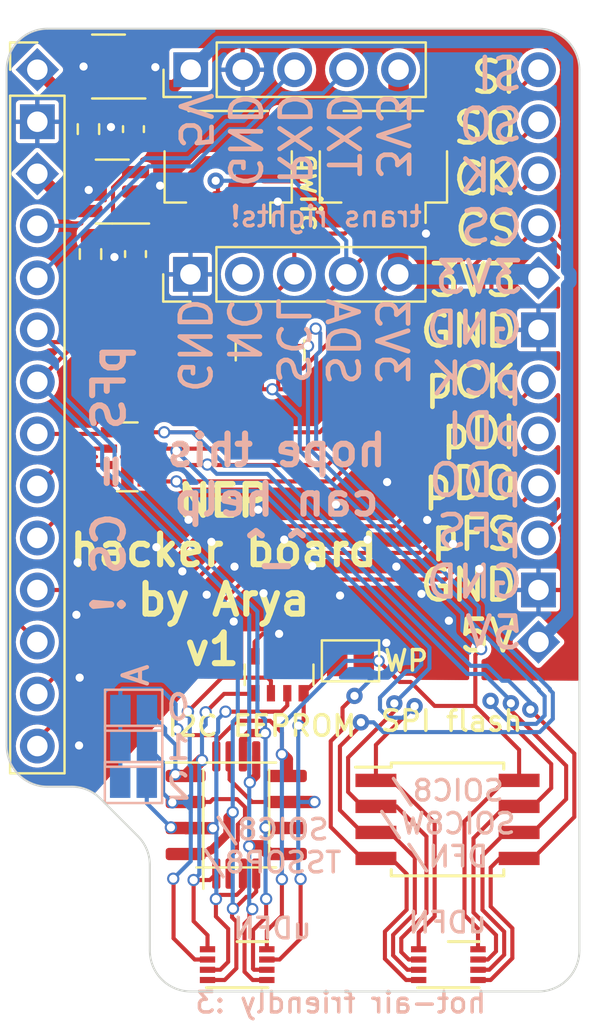
<source format=kicad_pcb>
(kicad_pcb (version 20221018) (generator pcbnew)
  (layers (0 "F.Cu" signal) (31 "B.Cu" signal) (34 "B.Paste" user) (35 "F.Paste" user) (36 "B.SilkS" user "B.Silkscreen") (37 "F.SilkS" user "F.Silkscreen") (38 "B.Mask" user) (39 "F.Mask" user) (44 "Edge.Cuts" user))
  (net 0 "")
  (net 1 "/eA0")
  (net 2 "/eA1")
  (net 3 "/eA2")
  (net 4 "GND")
  (net 5 "/SDA")
  (net 6 "/SCL")
  (net 7 "/eWP")
  (net 8 "+3V3")
  (net 9 "/sCS_FS")
  (net 10 "/SO")
  (net 11 "/sWP")
  (net 12 "/SI")
  (net 13 "/SCK")
  (net 14 "/sHOLD")
  (net 15 "+5V")
  (net 16 "/RXD")
  (net 17 "/TXD")
  (net 18 "/FS_CK")
  (net 19 "/FS_DI")
  (net 20 "/FS_DO")
  (net 21 "Net-(RN3-R1.1)")
  (net 22 "Net-(RN3-R2.1)")
  (net 23 "Net-(RN3-R3.1)")
  (net 24 "Net-(RN3-R4.1)")
  (net 26 "Net-(U7-ISET)")
  (net 27 "Net-(U8-ISET)")
  (net 28 "Net-(U1-5V)")
  (net 29 "Net-(U1-3V3)")
  (footprint "Connector_PinHeader_2.54mm:PinHeader_1x05_P2.54mm_Vertical" (layer "F.Cu") (at 147 87 90)
    (fp_text reference "J4" hide)
    (fp_text value "UART")
  )
  (footprint "Package_SO:SOIC-8_3.9x4.9mm_P1.27mm" (layer "F.Cu") (at 149.225 123.385)
    (fp_text reference "U2" hide)
    (fp_text value "i2ce-soic")
  )
  (footprint "Resistor_SMD:R_Array_Convex_4x0603" (layer "F.Cu") (at 150.88 100.69 -90)
    (fp_text reference "RN1" hide)
    (fp_text value "3K3")
  )
  (footprint "Package_DFN_QFN:DFN-8-1EP_3x2mm_P0.5mm_EP1.3x1.5mm" (layer "F.Cu") (at 159.593629 130.69)
    (fp_text reference "U6" hide)
    (fp_text value "spie_soic_udfn")
  )
  (footprint "Package_TO_SOT_SMD:SOT-23-5" (layer "F.Cu") (at 143.1625 92.95 180)
    (fp_text reference "U8" hide)
    (fp_text value "SY6280")
  )
  (footprint "Resistor_SMD:R_Array_Convex_4x0603" (layer "F.Cu") (at 143.9 105.9)
    (fp_text reference "RN3" hide)
    (fp_text value "47R")
  )
  (footprint "Connector_JST:JST_SH_SM04B-SRSS-TB_1x04-1MP_P1.00mm_Horizontal" (layer "F.Cu") (at 156.42 91.7 180)
    (fp_text reference "J1" hide)
    (fp_text value "qwiic")
  )
  (footprint "Capacitor_SMD:C_0603_1608Metric" (layer "F.Cu") (at 144.2 89.9 -90)
    (fp_text reference "C2" hide)
    (fp_text value "100nF")
  )
  (footprint "Jumper:SolderJumper-2_P1.3mm_Open_Pad1.0x1.5mm" (layer "F.Cu") (at 154.81 115.86)
    (fp_text reference "JP4" hide)
    (fp_text value "WP")
  )
  (footprint "Package_DFN_QFN:DFN-8-1EP_3x2mm_P0.5mm_EP1.3x1.5mm" (layer "F.Cu") (at 149.27 130.69)
    (fp_text reference "U4" hide)
    (fp_text value "i2ce-udfn")
  )
  (footprint "Resistor_SMD:R_0603_1608Metric" (layer "F.Cu") (at 142.1 96 -90)
    (fp_text reference "ISET2" hide)
    (fp_text value "x")
  )
  (footprint "Resistor_SMD:R_Array_Convex_4x0603" (layer "F.Cu") (at 151.32 116.53995 -90)
    (fp_text reference "RN2" hide)
    (fp_text value "3K3")
  )
  (footprint "Capacitor_SMD:C_0603_1608Metric" (layer "F.Cu") (at 144.3 96 -90)
    (fp_text reference "C1" hide)
    (fp_text value "100nF")
  )
  (footprint "Connector_JST:JST_SH_SM04B-SRSS-TB_1x04-1MP_P1.00mm_Horizontal" (layer "F.Cu") (at 148.83 91.7 180)
    (fp_text reference "J3" hide)
    (fp_text value "qwiic")
  )
  (footprint "Package_SO:SOIC-8W_5.3x5.3mm_P1.27mm" (layer "F.Cu") (at 159.553629 123.6)
    (fp_text reference "U5" hide)
    (fp_text value "spie_soic_dfn")
  )
  (footprint "Package_TO_SOT_SMD:SOT-23-5" (layer "F.Cu") (at 142.98 86.845 180)
    (fp_text reference "U7" hide)
    (fp_text value "SY6280")
  )
  (footprint "Connector_PinHeader_2.54mm:PinHeader_1x05_P2.54mm_Vertical" (layer "F.Cu") (at 146.985 96.99 90)
    (fp_text reference "J2" hide)
    (fp_text value "I2C")
  )
  (footprint "Resistor_SMD:R_0603_1608Metric" (layer "F.Cu") (at 142 89.9 -90)
    (fp_text reference "ISET1" hide)
    (fp_text value "x")
  )
  (footprint "Connector_PinHeader_2.54mm:PinHeader_1x12_P2.54mm_Vertical" (layer "F.Cu") (at 164 87)
    (fp_text reference "J5" hide)
    (fp_text value "SPI_I2S")
  )
  (footprint "Connector_PinHeader_2.54mm:PinHeader_1x14_P2.54mm_Vertical" (layer "F.Cu") (at 139.5 87)
    (fp_text reference "U1" hide)
    (fp_text value "~")
  )
  (footprint "Package_SO:TSSOP-8_4.4x3mm_P0.65mm" (layer "F.Cu") (at 149.225 123.385 90)
    (fp_text reference "U3" hide)
    (fp_text value "i2ce-tssop")
  )
  (footprint "Jumper:SolderJumper-2_P1.3mm_Open_Pad1.0x1.5mm" (layer "B.Cu") (at 144.21 120.03 180)
    (fp_text reference "JP2" hide)
    (fp_text value "A1")
  )
  (footprint "Jumper:SolderJumper-2_P1.3mm_Open_Pad1.0x1.5mm" (layer "B.Cu") (at 144.2 121.8 180)
    (fp_text reference "JP1" hide)
    (fp_text value "A0")
  )
  (footprint "Jumper:SolderJumper-2_P1.3mm_Open_Pad1.0x1.5mm" (layer "B.Cu") (at 144.21 118.27 180)
    (fp_text reference "JP3" hide)
    (fp_text value "A2")
  )
  (gr_line (start 140 85) (end 164 85) (stroke (width 0.1)) (layer "Edge.Cuts"))
  (gr_arc (start 140 122) (mid 138.585786 121.414214) (end 138 120) (stroke (width 0.1)) (layer "Edge.Cuts"))
  (gr_line (start 140 122) (end 141.171573 122) (stroke (width 0.1)) (layer "Edge.Cuts"))
  (gr_arc (start 144.414214 124.414214) (mid 144.84775 125.063062) (end 145 125.828427) (stroke (width 0.1)) (layer "Edge.Cuts"))
  (gr_line (start 145 130) (end 145 125.828427) (stroke (width 0.1)) (layer "Edge.Cuts"))
  (gr_arc (start 147 132) (mid 145.585786 131.414214) (end 145 130) (stroke (width 0.1)) (layer "Edge.Cuts"))
  (gr_line (start 166 87) (end 166 130) (stroke (width 0.1)) (layer "Edge.Cuts"))
  (gr_arc (start 141.171573 122) (mid 141.936946 122.152232) (end 142.585787 122.585787) (stroke (width 0.1)) (layer "Edge.Cuts"))
  (gr_line (start 138 120) (end 138 87) (stroke (width 0.1)) (layer "Edge.Cuts"))
  (gr_arc (start 138 87) (mid 138.585786 85.585786) (end 140 85) (stroke (width 0.1)) (layer "Edge.Cuts"))
  (gr_arc (start 164 85) (mid 165.414214 85.585786) (end 166 87) (stroke (width 0.1)) (layer "Edge.Cuts"))
  (gr_line (start 164 132) (end 147 132) (stroke (width 0.1)) (layer "Edge.Cuts"))
  (gr_arc (start 166 130) (mid 165.414214 131.414214) (end 164 132) (stroke (width 0.1)) (layer "Edge.Cuts"))
  (gr_line (start 144.414214 124.414214) (end 142.585787 122.585787) (stroke (width 0.1)) (layer "Edge.Cuts"))
  (gr_text "3V3\nSDA\nSCL\nNC\nGND" (at 146.27 98.02 270) (layer "B.SilkS") (effects (font (size 1.5 1.5) (thickness 0.23)) (justify right bottom mirror)))
  (gr_text "0\n1\n2" (at 145.69 122.7) (layer "B.SilkS") (effects (font (size 1.2 1.2) (thickness 0.2) bold) (justify right bottom mirror)))
  (gr_text "SI\nSO\nCK\nCS\n3V3\nGND\npCK\npDI\npDO\npFS\nGND\n5V" (at 163.365332 115.39) (layer "B.SilkS") (effects (font (size 1.54 1.54) (thickness 0.23)) (justify left bottom mirror)))
  (gr_text "pFS = CS !" (at 143.88 106.96 90) (layer "B.SilkS") (effects (font (size 1.5 1.5) (thickness 0.3) bold) (justify bottom mirror)))
  (gr_text "trans rights!" (at 153.62 94.75) (layer "B.SilkS") (effects (font (size 1 1) (thickness 0.17) bold) (justify bottom mirror)))
  (gr_text "hot-air friendly :3" (at 154.33 133.13) (layer "B.SilkS") (effects (font (size 1 1) (thickness 0.17) bold) (justify bottom mirror)))
  (gr_text "3V3\nTXD\nRXD\nGND\n5V" (at 146.32 88 270) (layer "B.SilkS") (effects (font (size 1.5 1.5) (thickness 0.23)) (justify right bottom mirror)))
  (gr_text "SOIC8/\nTSSOP8/\n\nuDFN" (at 150.99 129.51) (layer "B.SilkS") (effects (font (size 1 1) (thickness 0.17) bold) (justify bottom mirror)))
  (gr_text "SOIC8/\nSOIC8W/\nDFN/\n\nuDFN" (at 159.553629 129.22) (layer "B.SilkS") (effects (font (size 1 1) (thickness 0.17) bold) (justify bottom mirror)))
  (gr_text "A" (at 145.02 117.21 90) (layer "B.SilkS") (effects (font (size 1.2 1.2) (thickness 0.2) bold) (justify right bottom mirror)))
  (gr_text "hope this\ncan help\n^_^" (at 151.19 111.29) (layer "B.SilkS") (effects (font (size 1.5 1.5) (thickness 0.3) bold) (justify bottom mirror)))
  (gr_text "qwiic" (at 152.29 93.01 270) (layer "F.SilkS") (effects (font (size 1 1) (thickness 0.17) bold) (justify bottom)))
  (gr_text "SPI flash" (at 159.753629 119.38) (layer "F.SilkS") (effects (font (size 1 1) (thickness 0.17) bold) (justify bottom)))
  (gr_text "I2C EEPROM" (at 150.48 119.62) (layer "F.SilkS") (effects (font (size 1 1) (thickness 0.17) bold) (justify bottom)))
  (gr_text "WP" (at 157.53 116.44) (layer "F.SilkS") (effects (font (size 1 1) (thickness 0.17) bold) (justify bottom)))
  (gr_text "NEP\nhacker board\nby Arya\nv1 " (at 148.61 116.17) (layer "F.SilkS") (effects (font (size 1.5 1.5) (thickness 0.3) bold) (justify bottom)))
  (gr_text "SI\nSO\nCK\nCS\n3V3\nGND\npCK\npDI\npDO\npFS\nGND\n5V" (at 163.075332 115.54) (layer "F.SilkS") (effects (font (size 1.54 1.54) (thickness 0.23)) (justify right bottom)))
  (segment (start 148.63 117.47) (end 150.08995 117.47) (width 0.2) (layer "F.Cu") (net 1))
  (segment (start 147.14 128.57) (end 147.82 129.25) (width 0.2) (layer "F.Cu") (net 1))
  (segment (start 147.52 120.71) (end 146.75 121.48) (width 0.6) (layer "F.Cu") (net 1))
  (segment (start 150.08995 117.47) (end 150.12 117.43995) (width 0.2) (layer "F.Cu") (net 1))
  (segment (start 147.82 129.25) (end 147.82 129.94) (width 0.2) (layer "F.Cu") (net 1))
  (segment (start 147.73 118.37) (end 148.63 117.47) (width 0.2) (layer "F.Cu") (net 1))
  (segment (start 147.14 126.56) (end 147.9375 126.56) (width 0.2) (layer "F.Cu") (net 1))
  (segment (start 147.550001 120.71) (end 147.52 120.71) (width 0.6) (layer "F.Cu") (net 1))
  (segment (start 147.14 126.56) (end 147.14 128.57) (width 0.2) (layer "F.Cu") (net 1))
  (segment (start 147.9375 126.56) (end 148.25 126.2475) (width 0.2) (layer "F.Cu") (net 1))
  (via (at 147.14 126.56) (size 0.6) (drill 0.4) (layers "F.Cu" "B.Cu") (net 1))
  (via (at 147.550001 120.71) (size 0.6) (drill 0.4) (layers "F.Cu" "B.Cu") (net 1))
  (via (at 146.25 121.4) (size 0.6) (drill 0.4) (layers "F.Cu" "B.Cu") (net 1))
  (via (at 147.73 118.37) (size 0.6) (drill 0.4) (layers "F.Cu" "B.Cu") (net 1))
  (segment (start 147.73 118.98) (end 147.73 118.37) (width 0.2) (layer "B.Cu") (net 1))
  (segment (start 147.42 126.28) (end 147.42 120.840001) (width 0.2) (layer "B.Cu") (net 1))
  (segment (start 145.750001 119.160001) (end 144.86 118.27) (width 0.2) (layer "B.Cu") (net 1))
  (segment (start 147.550001 119.159999) (end 147.73 118.98) (width 0.2) (layer "B.Cu") (net 1))
  (segment (start 147.550001 120.71) (end 147.550001 119.159999) (width 0.2) (layer "B.Cu") (net 1))
  (segment (start 146.25 121.4) (end 146.25 119.948528) (width 0.2) (layer "B.Cu") (net 1))
  (segment (start 147.42 120.840001) (end 147.550001 120.71) (width 0.2) (layer "B.Cu") (net 1))
  (segment (start 147.14 126.56) (end 147.42 126.28) (width 0.2) (layer "B.Cu") (net 1))
  (segment (start 145.750001 119.448529) (end 145.750001 119.160001) (width 0.2) (layer "B.Cu") (net 1))
  (segment (start 146.25 119.948528) (end 145.750001 119.448529) (width 0.2) (layer "B.Cu") (net 1))
  (segment (start 149.259915 122.61) (end 148.09 122.61) (width 0.2) (layer "F.Cu") (net 2))
  (segment (start 148.09 122.61) (end 147.95 122.75) (width 0.2) (layer "F.Cu") (net 2))
  (segment (start 146.145 126.495) (end 146.16 126.51) (width 0.2) (layer "F.Cu") (net 2))
  (segment (start 147.95 122.75) (end 146.75 122.75) (width 0.2) (layer "F.Cu") (net 2))
  (segment (start 149.26 125.08) (end 149.26 124.661472) (width 0.2) (layer "F.Cu") (net 2))
  (segment (start 150.92 116.83995) (end 150.92 117.43995) (width 0.2) (layer "F.Cu") (net 2))
  (segment (start 149.299915 124.621557) (end 149.299915 123.85) (width 0.2) (layer "F.Cu") (net 2))
  (segment (start 149.651386 123.498529) (end 149.651386 123.001471) (width 0.2) (layer "F.Cu") (net 2))
  (segment (start 147.195 130.44) (end 147.82 130.44) (width 0.2) (layer "F.Cu") (net 2))
  (segment (start 150.76005 116.68) (end 150.92 116.83995) (width 0.2) (layer "F.Cu") (net 2))
  (segment (start 146.16 126.51) (end 146.16 129.405) (width 0.2) (layer "F.Cu") (net 2))
  (segment (start 148.9 125.44) (end 149.26 125.08) (width 0.2) (layer "F.Cu") (net 2))
  (segment (start 150.41 116.68) (end 150.76005 116.68) (width 0.2) (layer "F.Cu") (net 2))
  (segment (start 149.299915 123.85) (end 149.651386 123.498529) (width 0.2) (layer "F.Cu") (net 2))
  (segment (start 146.12 122.75) (end 146.75 122.75) (width 0.6) (layer "F.Cu") (net 2))
  (segment (start 149.26 124.661472) (end 149.299915 124.621557) (width 0.2) (layer "F.Cu") (net 2))
  (segment (start 146.16 129.405) (end 147.195 130.44) (width 0.2) (layer "F.Cu") (net 2))
  (segment (start 146.1 122.77) (end 146.12 122.75) (width 0.6) (layer "F.Cu") (net 2))
  (segment (start 148.9 126.2475) (end 148.9 125.44) (width 0.2) (layer "F.Cu") (net 2))
  (segment (start 149.651386 123.001471) (end 149.259915 122.61) (width 0.2) (layer "F.Cu") (net 2))
  (segment (start 150.41 116.68) (end 148.52 116.68) (width 0.2) (layer "F.Cu") (net 2))
  (segment (start 148.52 116.68) (end 146.86 118.34) (width 0.2) (layer "F.Cu") (net 2))
  (via (at 146.86 118.34) (size 0.6) (drill 0.4) (layers "F.Cu" "B.Cu") (net 2))
  (via (at 146.145 126.495) (size 0.6) (drill 0.4) (layers "F.Cu" "B.Cu") (net 2))
  (via (at 146.1 122.77) (size 0.6) (drill 0.4) (layers "F.Cu" "B.Cu") (net 2))
  (segment (start 147.02 122.4) (end 146.8 122.62) (width 0.2) (layer "B.Cu") (net 2))
  (segment (start 147 125.64) (end 147 123.28) (width 0.2) (layer "B.Cu") (net 2))
  (segment (start 145.65 122.32) (end 145.65 120.82) (width 0.2) (layer "B.Cu") (net 2))
  (segment (start 147 123.28) (end 147 122.42) (width 0.2) (layer "B.Cu") (net 2))
  (segment (start 146.86 118.34) (end 146.950001 118.430001) (width 0.2) (layer "B.Cu") (net 2))
  (segment (start 147 123.28) (end 147 123.12) (width 0.2) (layer "B.Cu") (net 2))
  (segment (start 146.86 122.98) (end 146.86 122.68) (width 0.2) (layer "B.Cu") (net 2))
  (segment (start 146.1 122.77) (end 145.65 122.32) (width 0.2) (layer "B.Cu") (net 2))
  (segment (start 146.8 122.62) (end 146.65 122.77) (width 0.2) (layer "B.Cu") (net 2))
  (segment (start 147.02 121.028528) (end 147.02 122.4) (width 0.2) (layer "B.Cu") (net 2))
  (segment (start 146.950001 120.958529) (end 147.02 121.028528) (width 0.2) (layer "B.Cu") (net 2))
  (segment (start 147 122.42) (end 147.02 122.4) (width 0.2) (layer "B.Cu") (net 2))
  (segment (start 146.86 122.98) (end 146.65 122.77) (width 0.2) (layer "B.Cu") (net 2))
  (segment (start 146.145 126.495) (end 147 125.64) (width 0.2) (layer "B.Cu") (net 2))
  (segment (start 146.86 122.68) (end 146.8 122.62) (width 0.2) (layer "B.Cu") (net 2))
  (segment (start 147 123.12) (end 146.86 122.98) (width 0.2) (layer "B.Cu") (net 2))
  (segment (start 146.950001 118.430001) (end 146.950001 120.958529) (width 0.2) (layer "B.Cu") (net 2))
  (segment (start 146.1 122.77) (end 146.65 122.77) (width 0.2) (layer "B.Cu") (net 2))
  (segment (start 145.65 120.82) (end 144.86 120.03) (width 0.2) (layer "B.Cu") (net 2))
  (segment (start 146.03 123.99) (end 146.06 124.02) (width 0.6) (layer "F.Cu") (net 3))
  (segment (start 148.82992 128.93992) (end 148.82992 130.55508) (width 0.2) (layer "F.Cu") (net 3))
  (segment (start 149.55 126.984999) (end 149.55 126.2475) (width 0.2) (layer "F.Cu") (net 3))
  (segment (start 151.41995 118.34) (end 151.72 118.03995) (width 0.2) (layer "F.Cu") (net 3))
  (segment (start 148.230704 127.485) (end 148.230704 128.340704) (width 0.2) (layer "F.Cu") (net 3))
  (segment (start 146.76 124.03) (end 146.75 124.02) (width 0.6) (layer "F.Cu") (net 3))
  (segment (start 148.445 130.94) (end 147.82 130.94) (width 0.2) (layer "F.Cu") (net 3))
  (segment (start 148.82992 130.55508) (end 148.445 130.94) (width 0.2) (layer "F.Cu") (net 3))
  (segment (start 148.7 118.34) (end 151.13 118.34) (width 0.2) (layer "F.Cu") (net 3))
  (segment (start 151.72 118.03995) (end 151.72 117.43995) (width 0.2) (layer "F.Cu") (net 3))
  (segment (start 148.230704 127.485) (end 148.430704 127.285) (width 0.2) (layer "F.Cu") (net 3))
  (segment (start 148.09 124.03) (end 146.76 124.03) (width 0.6) (layer "F.Cu") (net 3))
  (segment (start 148.230704 128.340704) (end 148.82992 128.93992) (width 0.2) (layer "F.Cu") (net 3))
  (segment (start 149.249999 127.285) (end 149.55 126.984999) (width 0.2) (layer "F.Cu") (net 3))
  (segment (start 146.06 124.02) (end 146.75 124.02) (width 0.6) (layer "F.Cu") (net 3))
  (segment (start 148.430704 127.285) (end 149.249999 127.285) (width 0.2) (layer "F.Cu") (net 3))
  (segment (start 151.13 118.34) (end 151.41995 118.34) (width 0.2) (layer "F.Cu") (net 3))
  (via (at 148.230704 127.485) (size 0.6) (drill 0.4) (layers "F.Cu" "B.Cu") (net 3))
  (via (at 146.03 123.99) (size 0.6) (drill 0.4) (layers "F.Cu" "B.Cu") (net 3))
  (via (at 148.7 118.34) (size 0.6) (drill 0.4) (layers "F.Cu" "B.Cu") (net 3))
  (via (at 148.09 124.03) (size 0.6) (drill 0.4) (layers "F.Cu" "B.Cu") (net 3))
  (segment (start 146.03 123.99) (end 144.85 122.81) (width 0.2) (layer "B.Cu") (net 3))
  (segment (start 144.85 122.81) (end 144.85 121.8) (width 0.2) (layer "B.Cu") (net 3))
  (segment (start 148.252903 127.462801) (end 148.252903 123.64) (width 0.2) (layer "B.Cu") (net 3))
  (segment (start 148.252903 123.867097) (end 148.09 124.03) (width 0.2) (layer "B.Cu") (net 3))
  (segment (start 148.34 119.34) (end 148.252903 119.427097) (width 0.2) (layer "B.Cu") (net 3))
  (segment (start 148.34 118.7) (end 148.34 119.34) (width 0.2) (layer "B.Cu") (net 3))
  (segment (start 148.7 118.34) (end 148.34 118.7) (width 0.2) (layer "B.Cu") (net 3))
  (segment (start 148.252903 123.64) (end 148.252903 123.867097) (width 0.2) (layer "B.Cu") (net 3))
  (segment (start 148.230704 127.485) (end 148.252903 127.462801) (width 0.2) (layer "B.Cu") (net 3))
  (segment (start 148.252903 119.427097) (end 148.252903 123.64) (width 0.2) (layer "B.Cu") (net 3))
  (segment (start 156.493629 129.072942) (end 157.553629 128.012943) (width 0.2) (layer "F.Cu") (net 4))
  (segment (start 147.99995 125.11) (end 148.795693 124.314257) (width 0.4) (layer "F.Cu") (net 4))
  (segment (start 153.843629 123.97) (end 153.843629 119.78) (width 0.2) (layer "F.Cu") (net 4))
  (segment (start 158.5 95) (end 158.12 94.62) (width 1) (layer "F.Cu") (net 4))
  (segment (start 148.795693 124.314257) (end 148.795693 123.505693) (width 0.4) (layer "F.Cu") (net 4))
  (segment (start 151.74 114.53995) (end 152.03 114.53995) (width 0.2) (layer "F.Cu") (net 4))
  (segment (start 157.553629 126.26) (end 156.798629 125.505) (width 0.2) (layer "F.Cu") (net 4))
  (segment (start 147.82 131.44) (end 148.66 131.44) (width 0.2) (layer "F.Cu") (net 4))
  (segment (start 151.72 115.63995) (end 151.72 114.55995) (width 0.2) (layer "F.Cu") (net 4))
  (segment (start 148.795693 123.505693) (end 149.051386 123.25) (width 0.4) (layer "F.Cu") (net 4))
  (segment (start 158.143629 131.44) (end 157.527259 131.44) (width 0.2) (layer "F.Cu") (net 4))
  (segment (start 156.493629 130.40637) (end 156.493629 129.072942) (width 0.2) (layer "F.Cu") (net 4))
  (segment (start 156.798629 125.505) (end 156.053629 125.505) (width 0.2) (layer "F.Cu") (net 4))
  (segment (start 150.2 127.13) (end 150.2 126.2475) (width 0.2) (layer "F.Cu") (net 4))
  (segment (start 152.52 115.02995) (end 152.52 115.63995) (width 0.2) (layer "F.Cu") (net 4))
  (segment (start 157.527259 131.44) (end 156.493629 130.40637) (width 0.2) (layer "F.Cu") (net 4))
  (segment (start 149.22992 128.58992) (end 149.02 128.38) (width 0.2) (layer "F.Cu") (net 4))
  (segment (start 156.053629 125.505) (end 155.378629 125.505) (width 0.2) (layer "F.Cu") (net 4))
  (segment (start 154.42 118.154808) (end 155.005637 117.569171) (width 0.2) (layer "F.Cu") (net 4))
  (segment (start 149.144907 127.955778) (end 149.720685 127.38) (width 0.2) (layer "F.Cu") (net 4))
  (segment (start 149.064574 127.955778) (end 149.144907 127.955778) (width 0.2) (layer "F.Cu") (net 4))
  (segment (start 150.12 114.93995) (end 150.52 114.53995) (width 0.2) (layer "F.Cu") (net 4))
  (segment (start 154.42 119.203629) (end 154.42 118.154808) (width 0.2) (layer "F.Cu") (net 4))
  (segment (start 145.2125 92.95) (end 145.5025 92.66) (width 0.6) (layer "F.Cu") (net 4))
  (segment (start 150.92 115.63995) (end 150.92 114.54995) (width 0.2) (layer "F.Cu") (net 4))
  (segment (start 150.92 114.54995) (end 150.91 114.53995) (width 0.2) (layer "F.Cu") (net 4))
  (segment (start 149.95 127.38) (end 150.2 127.13) (width 0.2) (layer "F.Cu") (net 4))
  (segment (start 157.553629 128.012943) (end 157.553629 126.26) (width 0.2) (layer "F.Cu") (net 4))
  (segment (start 158.12 94.62) (end 158.12 93.7) (width 1) (layer "F.Cu") (net 4))
  (segment (start 155.378629 125.505) (end 153.843629 123.97) (width 0.2) (layer "F.Cu") (net 4))
  (segment (start 150.33 93.7) (end 151 93.7) (width 0.6) (layer "F.Cu") (net 4))
  (segment (start 146.82 125.22) (end 147.830122 125.22) (width 0.4) (layer "F.Cu") (net 4))
  (segment (start 151 93.7) (end 151.26 93.44) (width 0.6) (layer "F.Cu") (net 4))
  (segment (start 151.72 114.55995) (end 151.74 114.53995) (width 0.2) (layer "F.Cu") (net 4))
  (segment (start 149.22992 130.87008) (end 149.22992 128.58992) (width 0.2) (layer "F.Cu") (net 4))
  (segment (start 149.02 128.000352) (end 149.064574 127.955778) (width 0.2) (layer "F.Cu") (net 4))
  (segment (start 150.12 115.63995) (end 150.12 114.93995) (width 0.2) (layer "F.Cu") (net 4))
  (segment (start 148.66 131.44) (end 149.22992 130.87008) (width 0.2) (layer "F.Cu") (net 4))
  (segment (start 149.02 128.38) (end 149.02 128.000352) (width 0.2) (layer "F.Cu") (net 4))
  (segment (start 149.720685 127.38) (end 149.95 127.38) (width 0.2) (layer "F.Cu") (net 4))
  (segment (start 147.940122 125.11) (end 147.99995 125.11) (width 0.4) (layer "F.Cu") (net 4))
  (segment (start 147.830122 125.22) (end 147.940122 125.11) (width 0.4) (layer "F.Cu") (net 4))
  (segment (start 153.843629 119.78) (end 154.42 119.203629) (width 0.2) (layer "F.Cu") (net 4))
  (segment (start 152.03 114.53995) (end 152.52 115.02995) (width 0.2) (layer "F.Cu") (net 4))
  (segment (start 150.91 114.53995) (end 151.74 114.53995) (width 0.2) (layer "F.Cu") (net 4))
  (segment (start 146.75 125.29) (end 146.82 125.22) (width 0.4) (layer "F.Cu") (net 4))
  (segment (start 150.52 114.53995) (end 150.91 114.53995) (width 0.2) (layer "F.Cu") (net 4))
  (segment (start 144.3 92.95) (end 145.2125 92.95) (width 0.6) (layer "F.Cu") (net 4))
  (via (at 141.57 116.68) (size 0.6) (drill 0.4) (layers "F.Cu" "B.Cu") (net 4))
  (via (at 149.14 111.26) (size 0.6) (drill 0.4) (layers "F.Cu" "B.Cu") (net 4))
  (via (at 155.005637 117.569171) (size 0.8) (drill 0.4) (layers "F.Cu" "B.Cu") (net 4))
  (via (at 156.56 114.98) (size 0.6) (drill 0.4) (layers "F.Cu" "B.Cu") (net 4))
  (via (at 142.0125 92.87) (size 0.6) (drill 0.4) (layers "F.Cu" "B.Cu") (net 4))
  (via (at 145.5025 92.66) (size 0.6) (drill 0.4) (layers "F.Cu" "B.Cu") (net 4))
  (via (at 149.064574 127.955778) (size 0.6) (drill 0.4) (layers "F.Cu" "B.Cu") (net 4))
  (via (at 151.32 114.53995) (size 0.8) (drill 0.4) (layers "F.Cu" "B.Cu") (net 4))
  (via (at 143.1 89.8) (size 0.6) (drill 0.4) (layers "F.Cu" "B.Cu") (net 4))
  (via (at 151.26 93.44) (size 0.8) (drill 0.4) (layers "F.Cu" "B.Cu") (net 4))
  (via (at 145.32 110.31) (size 0.6) (drill 0.4) (layers "F.Cu" "B.Cu") (net 4))
  (via (at 161.11 111.37) (size 0.6) (drill 0.4) (layers "F.Cu" "B.Cu") (net 4))
  (via (at 154.3 112.67) (size 0.6) (drill 0.4) (layers "F.Cu" "B.Cu") (net 4))
  (via (at 152.94 111.23) (size 0.6) (drill 0.4) (layers "F.Cu" "B.Cu") (net 4))
  (via (at 159.62 113.9) (size 0.6) (drill 0.4) (layers "F.Cu" "B.Cu") (net 4))
  (via (at 143.27 96.145) (size 0.6) (drill 0.4) (layers "F.Cu" "B.Cu") (net 4))
  (via (at 141.76 86.845) (size 0.6) (drill 0.4) (layers "F.Cu" "B.Cu") (net 4))
  (via (at 149.051386 123.25) (size 0.6) (drill 0.4) (layers "F.Cu" "B.Cu") (net 4))
  (via (at 158.5 95) (size 0.8) (drill 0.4) (layers "F.Cu" "B.Cu") (net 4))
  (via (at 155.65 109.94) (size 0.6) (drill 0.4) (layers "F.Cu" "B.Cu") (net 4))
  (via (at 150.56 112.56) (size 0.6) (drill 0.4) (layers "F.Cu" "B.Cu") (net 4))
  (via (at 158.56 108.98) (size 0.6) (drill 0.4) (layers "F.Cu" "B.Cu") (net 4))
  (via (at 156.6 107.13) (size 0.6) (drill 0.4) (layers "F.Cu" "B.Cu") (net 4))
  (via (at 141.47 111.05) (size 0.6) (drill 0.4) (layers "F.Cu" "B.Cu") (net 4))
  (via (at 147.78 112.63) (size 0.6) (drill 0.4) (layers "F.Cu" "B.Cu") (net 4))
  (via (at 141.54 119.99) (size 0.6) (drill 0.4) (layers "F.Cu" "B.Cu") (net 4))
  (via (at 159.82 110.15) (size 0.6) (drill 0.4) (layers "F.Cu" "B.Cu") (net 4))
  (via (at 141.41 113.61) (size 0.6) (drill 0.4) (layers "F.Cu" "B.Cu") (net 4))
  (via (at 157.05 111.26) (size 0.6) (drill 0.4) (layers "F.Cu" "B.Cu") (net 4))
  (via (at 149.1 113.94) (size 0.6) (drill 0.4) (layers "F.Cu" "B.Cu") (net 4))
  (via (at 158.28 112.59) (size 0.6) (drill 0.4) (layers "F.Cu" "B.Cu") (net 4))
  (via (at 150.3 108.48) (size 0.6) (drill 0.4) (layers "F.Cu" "B.Cu") (net 4))
  (via (at 145.27 86.875) (size 0.6) (drill 0.4) (layers "F.Cu" "B.Cu") (net 4))
  (via (at 146.89 108.97) (size 0.6) (drill 0.4) (layers "F.Cu" "B.Cu") (net 4))
  (via (at 151.57 109.94) (size 0.6) (drill 0.4) (layers "F.Cu" "B.Cu") (net 4))
  (via (at 146.59 111.49) (size 0.6) (drill 0.4) (layers "F.Cu" "B.Cu") (net 4))
  (via (at 148.01 110.05) (size 0.6) (drill 0.4) (layers "F.Cu" "B.Cu") (net 4))
  (via (at 154.1 108.23) (size 0.6) (drill 0.4) (layers "F.Cu" "B.Cu") (net 4))
  (segment (start 156.48 116.46) (end 156.88 116.06) (width 0.2) (layer "B.Cu") (net 4))
  (segment (start 155.005637 117.569171) (end 156.114808 116.46) (width 0.2) (layer "B.Cu") (net 4))
  (segment (start 149.064574 127.955778) (end 149.051386 127.94259) (width 0.2) (layer "B.Cu") (net 4))
  (segment (start 149.051386 127.94259) (end 149.051386 118.837143) (width 0.2) (layer "B.Cu") (net 4))
  (segment (start 156.114808 116.46) (end 156.48 116.46) (width 0.2) (layer "B.Cu") (net 4))
  (segment (start 149.3 116.62) (end 148.76 116.08) (width 0.2) (layer "B.Cu") (net 4))
  (segment (start 149.3 118.588529) (end 149.3 116.62) (width 0.2) (layer "B.Cu") (net 4))
  (segment (start 149.051386 118.837143) (end 149.3 118.588529) (width 0.2) (layer "B.Cu") (net 4))
  (segment (start 155.92 93.7) (end 155.92 95.675) (width 0.2) (layer "F.Cu") (net 5))
  (segment (start 148.33 92.53) (end 148.22 92.42) (width 0.2) (layer "F.Cu") (net 5))
  (segment (start 148.33 93.7) (end 148.33 92.53) (width 0.2) (layer "F.Cu") (net 5))
  (segment (start 153.095 98.5) (end 154.605 96.99) (width 0.2) (layer "F.Cu") (net 5))
  (segment (start 151.7 125.29) (end 150.8313 125.29) (width 0.6) (layer "F.Cu") (net 5))
  (segment (start 150.2 121.48) (end 149.889265 121.790735) (width 0.4) (layer "F.Cu") (net 5))
  (segment (start 149.87 128.114999) (end 149.87 128.45) (width 0.2) (layer "F.Cu") (net 5))
  (segment (start 150.007788 127.977211) (end 149.87 128.114999) (width 0.2) (layer "F.Cu") (net 5))
  (segment (start 151.120686 98.5) (end 153.095 98.5) (width 0.2) (layer "F.Cu") (net 5))
  (segment (start 150.48 99.79) (end 150.48 99.140686) (width 0.2) (layer "F.Cu") (net 5))
  (segment (start 149.62992 128.69008) (end 149.62992 131.040606) (width 0.2) (layer "F.Cu") (net 5))
  (segment (start 150.029314 131.44) (end 150.72 131.44) (width 0.2) (layer "F.Cu") (net 5))
  (segment (start 155.92 95.675) (end 154.605 96.99) (width 0.2) (layer "F.Cu") (net 5))
  (segment (start 155.935 93.715) (end 155.92 93.7) (width 0.2) (layer "F.Cu") (net 5))
  (segment (start 141.25 100.49) (end 150.38 100.49) (width 0.2) (layer "F.Cu") (net 5))
  (segment (start 150.48 99.140686) (end 151.120686 98.5) (width 0.2) (layer "F.Cu") (net 5))
  (segment (start 150.4513 124.91) (end 149.86 124.91) (width 0.6) (layer "F.Cu") (net 5))
  (segment (start 150.2 120.5225) (end 150.2 121.48) (width 0.4) (layer "F.Cu") (net 5))
  (segment (start 155.83 94.3) (end 155.83 93.7) (width 0.2) (layer "F.Cu") (net 5))
  (segment (start 139.5 102.24) (end 141.25 100.49) (width 0.2) (layer "F.Cu") (net 5))
  (segment (start 149.87 128.45) (end 149.62992 128.69008) (width 0.2) (layer "F.Cu") (net 5))
  (segment (start 150.8313 125.29) (end 150.4513 124.91) (width 0.6) (layer "F.Cu") (net 5))
  (segment (start 149.62992 131.040606) (end 150.029314 131.44) (width 0.2) (layer "F.Cu") (net 5))
  (segment (start 150.48 100.39) (end 150.48 99.79) (width 0.2) (layer "F.Cu") (net 5))
  (segment (start 150.38 100.49) (end 150.48 100.39) (width 0.2) (layer "F.Cu") (net 5))
  (via (at 148.22 92.42) (size 0.8) (drill 0.4) (layers "F.Cu" "B.Cu") (net 5))
  (via (at 150.007788 127.977211) (size 0.6) (drill 0.4) (layers "F.Cu" "B.Cu") (net 5))
  (via (at 149.889265 121.790735) (size 0.6) (drill 0.4) (layers "F.Cu" "B.Cu") (net 5))
  (via (at 149.86 124.91) (size 0.6) (drill 0.4) (layers "F.Cu" "B.Cu") (net 5))
  (segment (start 142.67 105.41) (end 142.67 106.43) (width 0.2) (layer "B.Cu") (net 5))
  (segment (start 150.007788 127.977211) (end 149.86 127.829423) (width 0.2) (layer "B.Cu") (net 5))
  (segment (start 139.5 102.24) (end 142.67 105.41) (width 0.2) (layer "B.Cu") (net 5))
  (segment (start 148.22 92.42) (end 152.04 92.42) (width 0.2) (layer "B.Cu") (net 5))
  (segment (start 149.86 113.62) (end 149.86 124.91) (width 0.2) (layer "B.Cu") (net 5))
  (segment (start 153.385 94.14) (end 154.605 95.36) (width 0.2) (layer "B.Cu") (net 5))
  (segment (start 142.67 106.43) (end 149.86 113.62) (width 0.2) (layer "B.Cu") (net 5))
  (segment (start 154.605 95.36) (end 154.605 96.99) (width 0.2) (layer "B.Cu") (net 5))
  (segment (start 152.04 92.42) (end 153.385 93.765) (width 0.2) (layer "B.Cu") (net 5))
  (segment (start 149.86 127.829423) (end 149.86 124.91) (width 0.2) (layer "B.Cu") (net 5))
  (segment (start 153.385 93.765) (end 153.385 94.14) (width 0.2) (layer "B.Cu") (net 5))
  (segment (start 150.045 130.89) (end 150.095 130.94) (width 0.2) (layer "F.Cu") (net 6))
  (segment (start 139.5 99.7) (end 140.1 100.3) (width 0.2) (layer "F.Cu") (net 6))
  (segment (start 152 95) (end 154.53 95) (width 0.2) (layer "F.Cu") (net 6))
  (segment (start 152.065 96.99) (end 152.11 96.99) (width 0.2) (layer "F.Cu") (net 6))
  (segment (start 149.7 99.77) (end 149.7 99.355) (width 0.2) (layer "F.Cu") (net 6))
  (segment (start 140.874314 100.3) (end 141.084315 100.09) (width 0.2) (layer "F.Cu") (net 6))
  (segment (start 140.1 100.3) (end 140.874314 100.3) (width 0.2) (layer "F.Cu") (net 6))
  (segment (start 147.855001 95) (end 152 95) (width 0.2) (layer "F.Cu") (net 6))
  (segment (start 150.045 129.005) (end 150.045 130.89) (width 0.2) (layer "F.Cu") (net 6))
  (segment (start 149.38 100.09) (end 149.7 99.77) (width 0.2) (layer "F.Cu") (net 6))
  (segment (start 150.632104 119.385) (end 150.632978 119.385874) (width 0.4) (layer "F.Cu") (net 6))
  (segment (start 141.084315 100.09) (end 149.38 100.09) (width 0.2) (layer "F.Cu") (net 6))
  (segment (start 151.7 124.02) (end 150.676933 124.02) (width 0.6) (layer "F.Cu") (net 6))
  (segment (start 150.676933 124.02) (end 150.656933 124) (width 0.6) (layer "F.Cu") (net 6))
  (segment (start 154.92 94.61) (end 154.92 93.7) (width 0.2) (layer "F.Cu") (net 6))
  (segment (start 152.065 96.99) (end 152.065 95.065) (width 0.2) (layer "F.Cu") (net 6))
  (segment (start 154.53 95) (end 154.92 94.61) (width 0.2) (layer "F.Cu") (net 6))
  (segment (start 150.686412 127.48129) (end 150.686412 128.363588) (width 0.2) (layer "F.Cu") (net 6))
  (segment (start 149.55 120.5225) (end 149.55 119.725122) (width 0.4) (layer "F.Cu") (net 6))
  (segment (start 149.7 99.355) (end 152.065 96.99) (width 0.2) (layer "F.Cu") (net 6))
  (segment (start 149.55 119.725122) (end 149.890122 119.385) (width 0.4) (layer "F.Cu") (net 6))
  (segment (start 149.890122 119.385) (end 150.632104 119.385) (width 0.4) (layer "F.Cu") (net 6))
  (segment (start 147.33 94.474999) (end 147.855001 95) (width 0.2) (layer "F.Cu") (net 6))
  (segment (start 147.33 93.7) (end 147.33 94.474999) (width 0.2) (layer "F.Cu") (net 6))
  (segment (start 150.686412 128.363588) (end 150.045 129.005) (width 0.2) (layer "F.Cu") (net 6))
  (segment (start 152.065 95.065) (end 152 95) (width 0.2) (layer "F.Cu") (net 6))
  (segment (start 150.095 130.94) (end 150.72 130.94) (width 0.2) (layer "F.Cu") (net 6))
  (via (at 150.686412 127.48129) (size 0.6) (drill 0.4) (layers "F.Cu" "B.Cu") (net 6))
  (via (at 150.656933 124) (size 0.6) (drill 0.4) (layers "F.Cu" "B.Cu") (net 6))
  (via (at 150.632978 119.385874) (size 0.6) (drill 0.4) (layers "F.Cu" "B.Cu") (net 6))
  (segment (start 150.656933 119.416933) (end 150.63 119.39) (width 0.2) (layer "B.Cu") (net 6))
  (segment (start 150.656933 127.451811) (end 150.656933 124) (width 0.2) (layer "B.Cu") (net 6))
  (segment (start 150.632978 118.712708) (end 150.26 118.33973) (width 0.2) (layer "B.Cu") (net 6))
  (segment (start 150.686412 127.48129) (end 150.656933 127.451811) (width 0.2) (layer "B.Cu") (net 6))
  (segment (start 140.86 103.034314) (end 140.86 101.06) (width 0.2) (layer "B.Cu") (net 6))
  (segment (start 140.86 101.06) (end 139.5 99.7) (width 0.2) (layer "B.Cu") (net 6))
  (segment (start 143.277843 105.452157) (end 140.86 103.034314) (width 0.2) (layer "B.Cu") (net 6))
  (segment (start 150.26 113.454314) (end 143.277843 106.472157) (width 0.2) (layer "B.Cu") (net 6))
  (segment (start 150.632978 119.385874) (end 150.632978 118.712708) (width 0.2) (layer "B.Cu") (net 6))
  (segment (start 143.277843 106.472157) (end 143.277843 105.452157) (width 0.2) (layer "B.Cu") (net 6))
  (segment (start 150.26 118.33973) (end 150.26 113.454314) (width 0.2) (layer "B.Cu") (net 6))
  (segment (start 150.656933 124) (end 150.656933 119.416933) (width 0.2) (layer "B.Cu") (net 6))
  (segment (start 152.59 117.50995) (end 152.52 117.43995) (width 0.2) (layer "F.Cu") (net 7))
  (segment (start 148.9 121.65) (end 150 122.75) (width 0.2) (layer "F.Cu") (net 7))
  (segment (start 152.37 126.51) (end 152.37 129.415) (width 0.2) (layer "F.Cu") (net 7))
  (segment (start 152.52 117.43995) (end 154.09995 115.86) (width 0.2) (layer "F.Cu") (net 7))
  (segment (start 152.37 129.415) (end 151.345 130.44) (width 0.2) (layer "F.Cu") (net 7))
  (segment (start 152.52 118.77) (end 152.52 117.43995) (width 0.2) (layer "F.Cu") (net 7))
  (segment (start 153.05 122.75) (end 151.7 122.75) (width 0.6) (layer "F.Cu") (net 7))
  (segment (start 152.27 119.02) (end 152.52 118.77) (width 0.2) (layer "F.Cu") (net 7))
  (segment (start 148.9 120.5225) (end 148.9 121.65) (width 0.2) (layer "F.Cu") (net 7))
  (segment (start 150 122.75) (end 151.7 122.75) (width 0.2) (layer "F.Cu") (net 7))
  (segment (start 151.345 130.44) (end 150.72 130.44) (width 0.2) (layer "F.Cu") (net 7))
  (segment (start 154.09995 115.86) (end 154.16 115.86) (width 0.2) (layer "F.Cu") (net 7))
  (via (at 152.37 126.51) (size 0.6) (drill 0.4) (layers "F.Cu" "B.Cu") (net 7))
  (via (at 153.05 122.75) (size 0.6) (drill 0.4) (layers "F.Cu" "B.Cu") (net 7))
  (via (at 152.27 119.02) (size 0.6) (drill 0.4) (layers "F.Cu" "B.Cu") (net 7))
  (segment (start 152.256294 119.033706) (end 152.27 119.02) (width 0.2) (layer "B.Cu") (net 7))
  (segment (start 152.256294 122.72) (end 152.256294 119.033706) (width 0.2) (layer "B.Cu") (net 7))
  (segment (start 153.05 122.75) (end 152.286294 122.75) (width 0.2) (layer "B.Cu") (net 7))
  (segment (start 152.256294 126.396294) (end 152.256294 122.72) (width 0.2) (layer "B.Cu") (net 7))
  (segment (start 152.286294 122.75) (end 152.256294 122.72) (width 0.2) (layer "B.Cu") (net 7))
  (segment (start 152.37 126.51) (end 152.256294 126.396294) (width 0.2) (layer "B.Cu") (net 7))
  (segment (start 149.648762 91.52) (end 150.088762 91.96) (width 0.6) (layer "F.Cu") (net 8))
  (segment (start 154.21 98.46) (end 155.675 98.46) (width 0.2) (layer "F.Cu") (net 8))
  (segment (start 160.383629 123.69) (end 162.378629 121.695) (width 0.2) (layer "F.Cu") (net 8))
  (segment (start 144.3 93.9) (end 144.3 95.225) (width 0.6) (layer "F.Cu") (net 8))
  (segment (start 152.477659 101.59) (end 153.71 100.357659) (width 0.2) (layer "F.Cu") (net 8))
  (segment (start 150.49 102.6) (end 150.19 102.6) (width 0.2) (layer "F.Cu") (net 8))
  (segment (start 156.83 94.43) (end 156.83 93.7) (width 0.2) (layer "F.Cu") (net 8))
  (segment (start 150.48 101.59) (end 150.48 102.59) (width 0.2) (layer "F.Cu") (net 8))
  (segment (start 151.7 102.6) (end 151.28 102.6) (width 0.2) (layer "F.Cu") (net 8))
  (segment (start 150.19 102.6) (end 149.68 102.09) (width 0.2) (layer "F.Cu") (net 8))
  (segment (start 157.752455 116.89) (end 157.213629 116.89) (width 0.2) (layer "F.Cu") (net 8))
  (segment (start 145.39387 93.9) (end 147.77387 91.52) (width 0.6) (layer "F.Cu") (net 8))
  (segment (start 155.675 98.46) (end 157.145 96.99) (width 0.2) (layer "F.Cu") (net 8))
  (segment (start 160.913629 115.566371) (end 161.195735 115.284265) (width 0.2) (layer "F.Cu") (net 8))
  (segment (start 150.54 91.96) (end 150.63 92.05) (width 1) (layer "F.Cu") (net 8))
  (segment (start 160.383629 128.271372) (end 160.383629 123.69) (width 0.2) (layer "F.Cu") (net 8))
  (segment (start 157.145 95.36) (end 157.145 96.99) (width 1) (layer "F.Cu") (net 8))
  (segment (start 152.08 102.22) (end 151.7 102.6) (width 0.2) (layer "F.Cu") (net 8))
  (segment (start 149.33 92.718762) (end 150.088762 91.96) (width 1) (layer "F.Cu") (net 8))
  (segment (start 151.456363 126.52) (end 151.456363 128.303637) (width 0.2) (layer "F.Cu") (net 8))
  (segment (start 149.249127 118.785874) (end 150.881507 118.785874) (width 0.2) (layer "F.Cu") (net 8))
  (segment (start 156.92 92.09) (end 156.88 92.05) (width 1) (layer "F.Cu") (net 8))
  (segment (start 148.25 119.785001) (end 149.249127 118.785874) (width 0.2) (layer "F.Cu") (net 8))
  (segment (start 163.053629 121.695) (end 163.053629 120.2) (width 0.2) (layer "F.Cu") (net 8))
  (segment (start 151.28 101.59) (end 151.28 102.6) (width 0.2) (layer "F.Cu") (net 8))
  (segment (start 157.16 91.77) (end 157.16 87) (width 1) (layer "F.Cu") (net 8))
  (segment (start 160.913629 118.06) (end 158.922455 118.06) (width 0.2) (layer "F.Cu") (net 8))
  (segment (start 161.043629 129.8) (end 161.043629 128.931372) (width 0.2) (layer "F.Cu") (net 8))
  (segment (start 150.881507 118.785874) (end 151.456363 119.36073) (width 0.2) (layer "F.Cu") (net 8))
  (segment (start 153.71 100.357659) (end 153.71 98.96) (width 0.2) (layer "F.Cu") (net 8))
  (segment (start 147.77387 91.52) (end 149.648762 91.52) (width 0.6) (layer "F.Cu") (net 8))
  (segment (start 160.913629 118.06) (end 160.913629 115.566371) (width 0.2) (layer "F.Cu") (net 8))
  (segment (start 150.48 102.59) (end 150.49 102.6) (width 0.2) (layer "F.Cu") (net 8))
  (segment (start 156.88 92.05) (end 157.16 91.77) (width 1) (layer "F.Cu") (net 8))
  (segment (start 152.08 101.59) (end 152.08 102.22) (width 0.2) (layer "F.Cu") (net 8))
  (segment (start 151.456363 120.42) (end 151.7 120.663637) (width 0.6) (layer "F.Cu") (net 8))
  (segment (start 151.456363 128.303637) (end 150.72 129.04) (width 0.2) (layer "F.Cu") (net 8))
  (segment (start 151.7 120.663637) (end 151.7 121.48) (width 0.6) (layer "F.Cu") (net 8))
  (segment (start 149.68 102.09) (end 149.68 101.59) (width 0.2) (layer "F.Cu") (net 8))
  (segment (start 150.72 129.04) (end 150.72 129.94) (width 0.2) (layer "F.Cu") (net 8))
  (segment (start 153.71 98.96) (end 154.21 98.46) (width 0.2) (layer "F.Cu") (net 8))
  (segment (start 148.25 120.5225) (end 148.25 119.785001) (width 0.2) (layer "F.Cu") (net 8))
  (segment (start 151.28 102.6) (end 150.49 102.6) (width 0.2) (layer "F.Cu") (net 8))
  (segment (start 156.92 95.135) (end 156.92 93.7) (width 1) (layer "F.Cu") (net 8))
  (segment (start 163.053629 120.2) (end 160.913629 118.06) (width 0.2) (layer "F.Cu") (net 8))
  (segment (start 162.378629 121.695) (end 163.053629 121.695) (width 0.2) (layer "F.Cu") (net 8))
  (segment (start 161.043629 128.931372) (end 160.383629 128.271372) (width 0.2) (layer "F.Cu") (net 8))
  (segment (start 158.922455 118.06) (end 157.752455 116.89) (width 0.2) (layer "F.Cu") (net 8))
  (segment (start 156.92 93.7) (end 156.92 92.09) (width 1) (layer "F.Cu") (net 8))
  (segment (start 144.3 93.9) (end 145.39387 93.9) (width 0.6) (layer "F.Cu") (net 8))
  (segment (start 148.168456 119.485) (end 148.25 119.566544) (width 0.2) (layer "F.Cu") (net 8))
  (segment (start 151.456363 119.36073) (end 151.456363 120.42) (width 0.2) (layer "F.Cu") (net 8))
  (segment (start 155.46 115.86) (end 156.183629 115.86) (width 0.2) (layer "F.Cu") (net 8))
  (segment (start 156.183629 115.86) (end 157.213629 116.89) (width 0.2) (layer "F.Cu") (net 8))
  (segment (start 156.92 95.135) (end 157.145 95.36) (width 1) (layer "F.Cu") (net 8))
  (segment (start 146.350001 119.2) (end 146.635001 119.485) (width 0.2) (layer "F.Cu") (net 8))
  (segment (start 146.635001 119.485) (end 148.168456 119.485) (width 0.2) (layer "F.Cu") (net 8))
  (segment (start 149.33 93.7) (end 149.33 92.718762) (width 1) (layer "F.Cu") (net 8))
  (segment (start 150.63 92.05) (end 156.88 92.05) (width 1) (layer "F.Cu") (net 8))
  (segment (start 155.47 115.85) (end 155.46 115.86) (width 0.2) (layer "F.Cu") (net 8))
  (segment (start 152.08 101.59) (end 152.477659 101.59) (width 0.2) (layer "F.Cu") (net 8))
  (segment (start 150.088762 91.96) (end 150.54 91.96) (width 1) (layer "F.Cu") (net 8))
  (segment (start 148.25 119.566544) (end 148.25 120.5225) (width 0.2) (layer "F.Cu") (net 8))
  (via (at 156.183629 115.86) (size 0.6) (drill 0.4) (layers "F.Cu" "B.Cu") (net 8))
  (via (at 146.350001 119.2) (size 0.6) (drill 0.4) (layers "F.Cu" "B.Cu") (net 8))
  (via (at 151.456363 120.42) (size 0.6) (drill 0.4) (layers "F.Cu" "B.Cu") (net 8))
  (via (at 151.456363 126.52) (size 0.6) (drill 0.4) (layers "F.Cu" "B.Cu") (net 8))
  (via (at 161.195735 115.284265) (size 0.6) (drill 0.4) (layers "F.Cu" "B.Cu") (net 8))
  (via (at 150.99 102.6) (size 0.6) (drill 0.4) (layers "F.Cu" "B.Cu") (net 8))
  (segment (start 157.145 96.99) (end 163.83 96.99) (width 1) (layer "B.Cu") (net 8))
  (segment (start 143.66 117.22) (end 143.56 117.32) (width 0.2) (layer "B.Cu") (net 8))
  (segment (start 160.28 113.55) (end 160.28 114.36853) (width 0.2) (layer "B.Cu") (net 8))
  (segment (start 160.28 114.36853) (end 161.195735 115.284265) (width 0.2) (layer "B.Cu") (net 8))
  (segment (start 152.33 105.6) (end 160.28 113.55) (width 0.2) (layer "B.Cu") (net 8))
  (segment (start 143.56 120.03) (end 143.56 121.79) (width 0.2) (layer "B.Cu") (net 8))
  (segment (start 151.456363 126.52) (end 151.456363 120.42) (width 0.2) (layer "B.Cu") (net 8))
  (segment (start 143.56 121.79) (end 143.55 121.8) (width 0.2) (layer "B.Cu") (net 8))
  (segment (start 146.26 117.96) (end 145.52 117.22) (width 0.2) (layer "B.Cu") (net 8))
  (segment (start 150.99 102.6) (end 152.33 103.94) (width 0.2) (layer "B.Cu") (net 8))
  (segment (start 146.26 119.109999) (end 146.26 117.96) (width 0.2) (layer "B.Cu") (net 8))
  (segment (start 152.33 103.94) (end 152.33 105.6) (width 0.2) (layer "B.Cu") (net 8))
  (segment (start 154.581471 115.86) (end 156.183629 115.86) (width 0.2) (layer "B.Cu") (net 8))
  (segment (start 146.350001 119.2) (end 146.26 119.109999) (width 0.2) (layer "B.Cu") (net 8))
  (segment (start 151.456363 120.42) (end 151.456363 118.985108) (width 0.2) (layer "B.Cu") (net 8))
  (segment (start 143.56 117.32) (end 143.56 118.27) (width 0.2) (layer "B.Cu") (net 8))
  (segment (start 163.83 96.99) (end 164 97.16) (width 1) (layer "B.Cu") (net 8))
  (segment (start 145.52 117.22) (end 143.66 117.22) (width 0.2) (layer "B.Cu") (net 8))
  (segment (start 143.56 118.27) (end 143.56 120.03) (width 0.2) (layer "B.Cu") (net 8))
  (segment (start 151.456363 118.985108) (end 154.581471 115.86) (width 0.2) (layer "B.Cu") (net 8))
  (segment (start 161.7 96.92) (end 164 94.62) (width 0.2) (layer "F.Cu") (net 9))
  (segment (start 144.8 107.1) (end 146.3 107.1) (width 0.2) (layer "F.Cu") (net 9))
  (segment (start 153.9 107.1) (end 161.7 99.3) (width 0.2) (layer "F.Cu") (net 9))
  (segment (start 156.848629 121.695) (end 156.053629 121.695) (width 0.2) (layer "F.Cu") (net 9))
  (segment (start 157.943629 118.071124) (end 156.053629 119.961124) (width 0.2) (layer "F.Cu") (net 9))
  (segment (start 146.3 107.1) (end 153.9 107.1) (width 0.2) (layer "F.Cu") (net 9))
  (segment (start 156.053629 119.961124) (end 156.053629 121.695) (width 0.2) (layer "F.Cu") (net 9))
  (segment (start 165.36066 108.49934) (end 164 109.86) (width 0.2) (layer "F.Cu") (net 9))
  (segment (start 164 94.62) (end 165.36066 95.98066) (width 0.2) (layer "F.Cu") (net 9))
  (segment (start 158.923629 128.34) (end 158.923629 123.77) (width 0.2) (layer "F.Cu") (net 9))
  (segment (start 158.923629 123.77) (end 156.848629 121.695) (width 0.2) (layer "F.Cu") (net 9))
  (segment (start 158.143629 129.12) (end 158.923629 128.34) (width 0.2) (layer "F.Cu") (net 9))
  (segment (start 158.143629 129.8) (end 158.143629 129.12) (width 0.2) (layer "F.Cu") (net 9))
  (segment (start 165.36066 95.98066) (end 165.36066 108.49934) (width 0.2) (layer "F.Cu") (net 9))
  (segment (start 161.7 99.3) (end 161.7 96.92) (width 0.2) (layer "F.Cu") (net 9))
  (via (at 157.943629 118.071124) (size 0.8) (drill 0.4) (layers "F.Cu" "B.Cu") (net 9))
  (via (at 146.3 107.1) (size 0.6) (drill 0.4) (layers "F.Cu" "B.Cu") (net 9))
  (segment (start 157.53243 116.366694) (end 156.252755 117.646369) (width 0.2) (layer "B.Cu") (net 9))
  (segment (start 146.77 107.57) (end 150.462942 107.57) (width 0.2) (layer "B.Cu") (net 9))
  (segment (start 157.378434 118.636319) (end 157.943629 118.071124) (width 0.2) (layer "B.Cu") (net 9))
  (segment (start 156.252755 117.646369) (end 156.252755 118.226269) (width 0.2) (layer "B.Cu") (net 9))
  (segment (start 156.662805 118.636319) (end 157.378434 118.636319) (width 0.2) (layer "B.Cu") (net 9))
  (segment (start 156.252755 118.226269) (end 156.662805 118.636319) (width 0.2) (layer "B.Cu") (net 9))
  (segment (start 158.27 116.053388) (end 157.956694 116.366694) (width 0.2) (layer "B.Cu") (net 9))
  (segment (start 157.956694 116.366694) (end 157.53243 116.366694) (width 0.2) (layer "B.Cu") (net 9))
  (segment (start 158.27 115.377058) (end 158.27 116.053388) (width 0.2) (layer "B.Cu") (net 9))
  (segment (start 146.3 107.1) (end 146.77 107.57) (width 0.2) (layer "B.Cu") (net 9))
  (segment (start 150.462942 107.57) (end 158.27 115.377058) (width 0.2) (layer "B.Cu") (net 9))
  (segment (start 158.523629 128.174314) (end 158.523629 124.43) (width 0.2) (layer "F.Cu") (net 10))
  (segment (start 144.8 105.5) (end 146.19 105.5) (width 0.2) (layer "F.Cu") (net 10))
  (segment (start 154.693629 122.26) (end 155.398629 122.965) (width 0.2) (layer "F.Cu") (net 10))
  (segment (start 146.19 105.5) (end 146.3 105.61) (width 0.2) (layer "F.Cu") (net 10))
  (segment (start 157.293629 129.404314) (end 158.523629 128.174314) (width 0.2) (layer "F.Cu") (net 10))
  (segment (start 160.7 96.7) (end 161.6 95.8) (width 0.2) (layer "F.Cu") (net 10))
  (segment (start 158.143629 130.44) (end 157.658629 130.44) (width 0.2) (layer "F.Cu") (net 10))
  (segment (start 158.523629 124.43) (end 157.058629 122.965) (width 0.2) (layer "F.Cu") (net 10))
  (segment (start 146.3 105.61) (end 146.41 105.5) (width 0.2) (layer "F.Cu") (net 10))
  (segment (start 155.398629 122.965) (end 156.053629 122.965) (width 0.2) (layer "F.Cu") (net 10))
  (segment (start 161.6 91.94) (end 164 89.54) (width 0.2) (layer "F.Cu") (net 10))
  (segment (start 156.952755 118.317245) (end 154.693629 120.576371) (width 0.2) (layer "F.Cu") (net 10))
  (segment (start 157.293629 130.075) (end 157.293629 129.404314) (width 0.2) (layer "F.Cu") (net 10))
  (segment (start 160.7 98.2) (end 160.7 96.7) (width 0.2) (layer "F.Cu") (net 10))
  (segment (start 153.4 105.5) (end 160.7 98.2) (width 0.2) (layer "F.Cu") (net 10))
  (segment (start 154.693629 120.576371) (end 154.693629 122.26) (width 0.2) (layer "F.Cu") (net 10))
  (segment (start 157.658629 130.44) (end 157.293629 130.075) (width 0.2) (layer "F.Cu") (net 10))
  (segment (start 161.6 95.8) (end 161.6 91.94) (width 0.2) (layer "F.Cu") (net 10))
  (segment (start 156.952755 117.936319) (end 156.952755 118.317245) (width 0.2) (layer "F.Cu") (net 10))
  (segment (start 146.41 105.5) (end 153.4 105.5) (width 0.2) (layer "F.Cu") (net 10))
  (segment (start 157.058629 122.965) (end 156.053629 122.965) (width 0.2) (layer "F.Cu") (net 10))
  (via (at 156.952755 117.936319) (size 0.8) (drill 0.4) (layers "F.Cu" "B.Cu") (net 10))
  (via (at 146.3 105.61) (size 0.6) (drill 0.4) (layers "F.Cu" "B.Cu") (net 10))
  (segment (start 158.67 116.219074) (end 156.952755 117.936319) (width 0.2) (layer "B.Cu") (net 10))
  (segment (start 158.67 115.211372) (end 158.67 116.219074) (width 0.2) (layer "B.Cu") (net 10))
  (segment (start 146.3 105.61) (end 147.86 107.17) (width 0.2) (layer "B.Cu") (net 10))
  (segment (start 147.86 107.17) (end 150.628628 107.17) (width 0.2) (layer "B.Cu") (net 10))
  (segment (start 150.628628 107.17) (end 158.67 115.211372) (width 0.2) (layer "B.Cu") (net 10))
  (segment (start 156.728629 124.235) (end 156.053629 124.235) (width 0.2) (layer "F.Cu") (net 11))
  (segment (start 158.143629 130.94) (end 157.592943 130.94) (width 0.2) (layer "F.Cu") (net 11))
  (segment (start 154.293629 123.15) (end 155.378629 124.235) (width 0.2) (layer "F.Cu") (net 11))
  (segment (start 154.293629 120.029759) (end 154.293629 123.15) (width 0.2) (layer "F.Cu") (net 11))
  (segment (start 157.953629 125.46) (end 156.728629 124.235) (width 0.2) (layer "F.Cu") (net 11))
  (segment (start 156.893629 129.238628) (end 157.953629 128.178628) (width 0.2) (layer "F.Cu") (net 11))
  (segment (start 157.592943 130.94) (end 156.893629 130.240685) (width 0.2) (layer "F.Cu") (net 11))
  (segment (start 155.378629 124.235) (end 156.053629 124.235) (width 0.2) (layer "F.Cu") (net 11))
  (segment (start 156.893629 130.240685) (end 156.893629 129.238628) (width 0.2) (layer "F.Cu") (net 11))
  (segment (start 155.32 119.003388) (end 154.293629 120.029759) (width 0.2) (layer "F.Cu") (net 11))
  (segment (start 152.96 99.79) (end 152.08 99.79) (width 0.2) (layer "F.Cu") (net 11))
  (segment (start 153.11 99.64) (end 152.96 99.79) (width 0.2) (layer "F.Cu") (net 11))
  (segment (start 157.953629 128.178628) (end 157.953629 125.46) (width 0.2) (layer "F.Cu") (net 11))
  (segment (start 155.32 118.86) (end 155.32 119.003388) (width 0.2) (layer "F.Cu") (net 11))
  (via (at 153.11 99.64) (size 0.6) (drill 0.4) (layers "F.Cu" "B.Cu") (net 11))
  (via (at 155.32 118.86) (size 0.8) (drill 0.4) (layers "F.Cu" "B.Cu") (net 11))
  (segment (start 161.08 113.218629) (end 153.132529 105.271157) (width 0.2) (layer "B.Cu") (net 11))
  (segment (start 161.08 113.754314) (end 161.08 113.218629) (width 0.2) (layer "B.Cu") (net 11))
  (segment (start 164.702229 117.422229) (end 164.56 117.28) (width 0.2) (layer "B.Cu") (net 11))
  (segment (start 153.132529 100.93513) (end 153.332529 100.73513) (width 0.2) (layer "B.Cu") (net 11))
  (segment (start 164.702229 118.693001) (end 164.702229 117.422229) (width 0.2) (layer "B.Cu") (net 11))
  (segment (start 164.56 117.28) (end 164.56 117.234314) (width 0.2) (layer "B.Cu") (net 11))
  (segment (start 153.332529 99.862529) (end 153.11 99.64) (width 0.2) (layer "B.Cu") (net 11))
  (segment (start 164.057865 119.337366) (end 164.702229 118.693001) (width 0.2) (layer "B.Cu") (net 11))
  (segment (start 164.56 117.234314) (end 161.08 113.754314) (width 0.2) (layer "B.Cu") (net 11))
  (segment (start 155.32 118.86) (end 155.94 118.86) (width 0.2) (layer "B.Cu") (net 11))
  (segment (start 153.332529 100.73513) (end 153.332529 99.862529) (width 0.2) (layer "B.Cu") (net 11))
  (segment (start 156.417366 119.337366) (end 164.057865 119.337366) (width 0.2) (layer "B.Cu") (net 11))
  (segment (start 153.132529 105.271157) (end 153.132529 100.93513) (width 0.2) (layer "B.Cu") (net 11))
  (segment (start 155.94 118.86) (end 156.417366 119.337366) (width 0.2) (layer "B.Cu") (net 11))
  (segment (start 160.6 96) (end 159.9 96.7) (width 0.2) (layer "F.Cu") (net 12))
  (segment (start 159.9 98.1) (end 153.3 104.7) (width 0.2) (layer "F.Cu") (net 12))
  (segment (start 163.602229 118.237366) (end 165.753629 120.388766) (width 0.2) (layer "F.Cu") (net 12))
  (segment (start 161.663629 125.95) (end 162.108629 125.505) (width 0.2) (layer "F.Cu") (net 12))
  (segment (start 162.108629 125.505) (end 163.053629 125.505) (width 0.2) (layer "F.Cu") (net 12))
  (segment (start 165.753629 123.48) (end 163.728629 125.505) (width 0.2) (layer "F.Cu") (net 12))
  (segment (start 159.9 96.7) (end 159.9 98.1) (width 0.2) (layer "F.Cu") (net 12))
  (segment (start 161.043629 131.44) (end 161.66 131.44) (width 0.2) (layer "F.Cu") (net 12))
  (segment (start 161.663629 127.854314) (end 161.663629 125.95) (width 0.2) (layer "F.Cu") (net 12))
  (segment (start 161.66 131.44) (end 162.723629 130.37637) (width 0.2) (layer "F.Cu") (net 12))
  (segment (start 153.3 104.7) (end 145.7 104.7) (width 0.2) (layer "F.Cu") (net 12))
  (segment (start 165.753629 120.388766) (end 165.753629 123.48) (width 0.2) (layer "F.Cu") (net 12))
  (segment (start 160.6 90.4) (end 160.6 96) (width 0.2) (layer "F.Cu") (net 12))
  (segment (start 163.728629 125.505) (end 163.053629 125.505) (width 0.2) (layer "F.Cu") (net 12))
  (segment (start 144.8 104.7) (end 145.7 104.7) (width 0.2) (layer "F.Cu") (net 12))
  (segment (start 162.723629 128.914314) (end 161.663629 127.854314) (width 0.2) (layer "F.Cu") (net 12))
  (segment (start 162.723629 130.37637) (end 162.723629 128.914314) (width 0.2) (layer "F.Cu") (net 12))
  (segment (start 164 87) (end 160.6 90.4) (width 0.2) (layer "F.Cu") (net 12))
  (via (at 163.602229 118.237366) (size 0.8) (drill 0.4) (layers "F.Cu" "B.Cu") (net 12))
  (via (at 145.7 104.7) (size 0.6) (drill 0.4) (layers "F.Cu" "B.Cu") (net 12))
  (segment (start 160.69 116.1) (end 150.92 106.33) (width 0.2) (layer "B.Cu") (net 12))
  (segment (start 147.087059 104.7) (end 145.7 104.7) (width 0.2) (layer "B.Cu") (net 12))
  (segment (start 150.92 106.33) (end 148.63 106.33) (width 0.2) (layer "B.Cu") (net 12))
  (segment (start 161.499216 116.1) (end 160.69 116.1) (width 0.2) (layer "B.Cu") (net 12))
  (segment (start 162.540479 116.830392) (end 162.229608 116.830392) (width 0.2) (layer "B.Cu") (net 12))
  (segment (start 163.602229 117.892142) (end 162.540479 116.830392) (width 0.2) (layer "B.Cu") (net 12))
  (segment (start 162.229608 116.830392) (end 161.499216 116.1) (width 0.2) (layer "B.Cu") (net 12))
  (segment (start 148.63 106.33) (end 148.63 106.242941) (width 0.2) (layer "B.Cu") (net 12))
  (segment (start 163.602229 118.237366) (end 163.602229 117.892142) (width 0.2) (layer "B.Cu") (net 12))
  (segment (start 148.63 106.242941) (end 147.087059 104.7) (width 0.2) (layer "B.Cu") (net 12))
  (segment (start 144.8 106.3) (end 145.7 106.3) (width 0.2) (layer "F.Cu") (net 13))
  (segment (start 162.2 93.88) (end 164 92.08) (width 0.2) (layer "F.Cu") (net 13))
  (segment (start 162.650513 117.930376) (end 162.650513 118.276834) (width 0.2) (layer "F.Cu") (net 13))
  (segment (start 161.3 98.7) (end 161.3 96.754314) (width 0.2) (layer "F.Cu") (net 13))
  (segment (start 161.043629 130.94) (end 161.594314 130.94) (width 0.2) (layer "F.Cu") (net 13))
  (segment (start 161.3 96.754314) (end 162.2 95.854314) (width 0.2) (layer "F.Cu") (net 13))
  (segment (start 161.263629 125.37) (end 162.398629 124.235) (width 0.2) (layer "F.Cu") (net 13))
  (segment (start 145.7 106.3) (end 153.7 106.3) (width 0.2) (layer "F.Cu") (net 13))
  (segment (start 163.728629 124.235) (end 163.053629 124.235) (width 0.2) (layer "F.Cu") (net 13))
  (segment (start 161.263629 128.02) (end 161.263629 125.37) (width 0.2) (layer "F.Cu") (net 13))
  (segment (start 165.353629 122.61) (end 163.728629 124.235) (width 0.2) (layer "F.Cu") (net 13))
  (segment (start 161.594314 130.94) (end 162.323629 130.210685) (width 0.2) (layer "F.Cu") (net 13))
  (segment (start 165.353629 120.97995) (end 165.353629 122.61) (width 0.2) (layer "F.Cu") (net 13))
  (segment (start 162.323629 129.08) (end 161.263629 128.02) (width 0.2) (layer "F.Cu") (net 13))
  (segment (start 162.650513 118.276834) (end 165.353629 120.97995) (width 0.2) (layer "F.Cu") (net 13))
  (segment (start 162.323629 130.210685) (end 162.323629 129.08) (width 0.2) (layer "F.Cu") (net 13))
  (segment (start 162.398629 124.235) (end 163.053629 124.235) (width 0.2) (layer "F.Cu") (net 13))
  (segment (start 162.2 95.854314) (end 162.2 93.88) (width 0.2) (layer "F.Cu") (net 13))
  (segment (start 153.7 106.3) (end 161.3 98.7) (width 0.2) (layer "F.Cu") (net 13))
  (via (at 147.814265 106.275735) (size 0.6) (drill 0.4) (layers "F.Cu" "B.Cu") (net 13))
  (via (at 162.650513 117.930376) (size 0.8) (drill 0.4) (layers "F.Cu" "B.Cu") (net 13))
  (segment (start 161.33353 116.5) (end 162.650513 117.816983) (width 0.2) (layer "B.Cu") (net 13))
  (segment (start 160.524314 116.5) (end 161.33353 116.5) (width 0.2) (layer "B.Cu") (net 13))
  (segment (start 147.814265 106.275735) (end 148.26853 106.73) (width 0.2) (layer "B.Cu") (net 13))
  (segment (start 162.650513 117.816983) (end 162.650513 117.930376) (width 0.2) (layer "B.Cu") (net 13))
  (segment (start 150.754314 106.73) (end 160.524314 116.5) (width 0.2) (layer "B.Cu") (net 13))
  (segment (start 162.668841 117.912048) (end 162.753629 117.912048) (width 0.2) (layer "B.Cu") (net 13))
  (segment (start 162.650513 117.930376) (end 162.668841 117.912048) (width 0.2) (layer "B.Cu") (net 13))
  (segment (start 148.26853 106.73) (end 150.754314 106.73) (width 0.2) (layer "B.Cu") (net 13))
  (segment (start 160.823629 128.145686) (end 160.823629 124.52) (width 0.2) (layer "F.Cu") (net 14))
  (segment (start 161.043629 130.44) (end 161.528629 130.44) (width 0.2) (layer "F.Cu") (net 14))
  (segment (start 161.923629 129.245686) (end 160.823629 128.145686) (width 0.2) (layer "F.Cu") (net 14))
  (segment (start 164.623629 120.894658) (end 164.623629 122.07) (width 0.2) (layer "F.Cu") (net 14))
  (segment (start 163.728629 122.965) (end 163.053629 122.965) (width 0.2) (layer "F.Cu") (net 14))
  (segment (start 151.28 100.39) (end 151.38 100.49) (width 0.2) (layer "F.Cu") (net 14))
  (segment (start 152.72913 100.49) (end 152.732529 100.486601) (width 0.2) (layer "F.Cu") (net 14))
  (segment (start 162.378629 122.965) (end 163.053629 122.965) (width 0.2) (layer "F.Cu") (net 14))
  (segment (start 151.28 99.79) (end 151.28 100.39) (width 0.2) (layer "F.Cu") (net 14))
  (segment (start 161.657334 117.813754) (end 161.657334 117.928363) (width 0.2) (layer "F.Cu") (net 14))
  (segment (start 160.823629 124.52) (end 162.378629 122.965) (width 0.2) (layer "F.Cu") (net 14))
  (segment (start 151.38 100.49) (end 152.72913 100.49) (width 0.2) (layer "F.Cu") (net 14))
  (segment (start 161.528629 130.44) (end 161.923629 130.045) (width 0.2) (layer "F.Cu") (net 14))
  (segment (start 161.923629 130.045) (end 161.923629 129.245686) (width 0.2) (layer "F.Cu") (net 14))
  (segment (start 164.623629 122.07) (end 163.728629 122.965) (width 0.2) (layer "F.Cu") (net 14))
  (segment (start 161.657334 117.928363) (end 164.623629 120.894658) (width 0.2) (layer "F.Cu") (net 14))
  (via (at 161.657334 117.813754) (size 0.8) (drill 0.4) (layers "F.Cu" "B.Cu") (net 14))
  (via (at 152.732529 100.486601) (size 0.6) (drill 0.4) (layers "F.Cu" "B.Cu") (net 14))
  (segment (start 164.02 117.26) (end 160.68 113.92) (width 0.2) (layer "B.Cu") (net 14))
  (segment (start 164.302229 118.527316) (end 164.302229 117.587915) (width 0.2) (layer "B.Cu") (net 14))
  (segment (start 164.02 117.305686) (end 164.02 117.26) (width 0.2) (layer "B.Cu") (net 14))
  (segment (start 161.657334 117.928363) (end 162.666338 118.937366) (width 0.2) (layer "B.Cu") (net 14))
  (segment (start 162.666338 118.937366) (end 163.892179 118.937366) (width 0.2) (layer "B.Cu") (net 14))
  (segment (start 160.68 113.92) (end 160.68 113.384314) (width 0.2) (layer "B.Cu") (net 14))
  (segment (start 163.892179 118.937366) (end 164.302229 118.527316) (width 0.2) (layer "B.Cu") (net 14))
  (segment (start 160.68 113.384314) (end 152.732529 105.436843) (width 0.2) (layer "B.Cu") (net 14))
  (segment (start 161.657334 117.813754) (end 161.657334 117.928363) (width 0.2) (layer "B.Cu") (net 14))
  (segment (start 164.302229 117.587915) (end 164.02 117.305686) (width 0.2) (layer "B.Cu") (net 14))
  (segment (start 152.732529 105.436843) (end 152.732529 100.486601) (width 0.2) (layer "B.Cu") (net 14))
  (segment (start 146.205 87.795) (end 147 87) (width 0.6) (layer "F.Cu") (net 15))
  (segment (start 144.2 89.125) (end 144.2 87.8775) (width 0.6) (layer "F.Cu") (net 15))
  (segment (start 144.2 87.8775) (end 144.1175 87.795) (width 0.6) (layer "F.Cu") (net 15))
  (segment (start 144.1175 87.795) (end 146.205 87.795) (width 0.6) (layer "F.Cu") (net 15))
  (segment (start 148.35 85.65) (end 164.559189 85.65) (width 0.6) (layer "B.Cu") (net 15))
  (segment (start 165.4 96.792232) (end 165.56066 96.952892) (width 0.6) (layer "B.Cu") (net 15))
  (segment (start 165.4 86.490811) (end 165.4 96.792232) (width 0.6) (layer "B.Cu") (net 15))
  (segment (start 147 87) (end 148.35 85.65) (width 0.6) (layer "B.Cu") (net 15))
  (segment (start 164.559189 85.65) (end 165.4 86.490811) (width 0.6) (layer "B.Cu") (net 15))
  (segment (start 165.56066 96.952892) (end 165.56066 97.367108) (width 0.6) (layer "B.Cu") (net 15))
  (segment (start 165.4 113.54) (end 164 114.94) (width 0.6) (layer "B.Cu") (net 15))
  (segment (start 165.4 97.527768) (end 165.4 113.54) (width 0.6) (layer "B.Cu") (net 15))
  (segment (start 165.56066 97.367108) (end 165.4 97.527768) (width 0.6) (layer "B.Cu") (net 15))
  (segment (start 141.474314 94.62) (end 144.774315 91.32) (width 0.2) (layer "B.Cu") (net 16))
  (segment (start 144.774315 91.32) (end 146.914314 91.32) (width 0.2) (layer "B.Cu") (net 16))
  (segment (start 146.914314 91.32) (end 148.734315 89.5) (width 0.2) (layer "B.Cu") (net 16))
  (segment (start 139.5 94.62) (end 141.474314 94.62) (width 0.2) (layer "B.Cu") (net 16))
  (segment (start 148.734315 89.5) (end 149.58 89.5) (width 0.2) (layer "B.Cu") (net 16))
  (segment (start 149.58 89.5) (end 152.08 87) (width 0.2) (layer "B.Cu") (net 16))
  (segment (start 151.495686 88.15) (end 153.47 88.15) (width 0.2) (layer "B.Cu") (net 17))
  (segment (start 148.9 89.9) (end 149.745686 89.9) (width 0.2) (layer "B.Cu") (net 17))
  (segment (start 153.47 88.15) (end 154.62 87) (width 0.2) (layer "B.Cu") (net 17))
  (segment (start 139.5 97.16) (end 144.94 91.72) (width 0.2) (layer "B.Cu") (net 17))
  (segment (start 147.08 91.72) (end 148.9 89.9) (width 0.2) (layer "B.Cu") (net 17))
  (segment (start 144.94 91.72) (end 147.08 91.72) (width 0.2) (layer "B.Cu") (net 17))
  (segment (start 149.745686 89.9) (end 151.495686 88.15) (width 0.2) (layer "B.Cu") (net 17))
  (segment (start 144.68 112.41) (end 147.8 109.29) (width 0.2) (layer "F.Cu") (net 18))
  (segment (start 147.8 109.29) (end 156.95 109.29) (width 0.2) (layer "F.Cu") (net 18))
  (segment (start 144.67 112.4) (end 144.68 112.41) (width 0.2) (layer "F.Cu") (net 18))
  (segment (start 139.5 112.4) (end 144.67 112.4) (width 0.2) (layer "F.Cu") (net 18))
  (segment (start 156.95 109.29) (end 164 102.24) (width 0.2) (layer "F.Cu") (net 18))
  (segment (start 143.25 113.73) (end 145.44 113.73) (width 0.2) (layer "F.Cu") (net 19))
  (segment (start 148.58 110.59) (end 158.19 110.59) (width 0.2) (layer "F.Cu") (net 19))
  (segment (start 145.44 113.73) (end 148.58 110.59) (width 0.2) (layer "F.Cu") (net 19))
  (segment (start 139.5 117.48) (end 143.25 113.73) (width 0.2) (layer "F.Cu") (net 19))
  (segment (start 158.19 110.59) (end 164 104.78) (width 0.2) (layer "F.Cu") (net 19))
  (segment (start 159.43 111.89) (end 164 107.32) (width 0.2) (layer "F.Cu") (net 20))
  (segment (start 139.5 119.7) (end 144.23 114.97) (width 0.2) (layer "F.Cu") (net 20))
  (segment (start 139.5 120.02) (end 139.5 119.7) (width 0.2) (layer "F.Cu") (net 20))
  (segment (start 144.23 114.97) (end 146.56 114.97) (width 0.2) (layer "F.Cu") (net 20))
  (segment (start 149.64 111.89) (end 159.43 111.89) (width 0.2) (layer "F.Cu") (net 20))
  (segment (start 146.56 114.97) (end 149.64 111.89) (width 0.2) (layer "F.Cu") (net 20))
  (segment (start 142.92 104.78) (end 143 104.7) (width 0.2) (layer "F.Cu") (net 21))
  (segment (start 139.5 104.78) (end 142.92 104.78) (width 0.2) (layer "F.Cu") (net 21))
  (segment (start 141.32 105.5) (end 143 105.5) (width 0.2) (layer "F.Cu") (net 22))
  (segment (start 139.5 107.32) (end 141.32 105.5) (width 0.2) (layer "F.Cu") (net 22))
  (segment (start 141.5 107.86) (end 141.5 106.9) (width 0.2) (layer "F.Cu") (net 23))
  (segment (start 141.5 106.9) (end 142.1 106.3) (width 0.2) (layer "F.Cu") (net 23))
  (segment (start 139.5 109.86) (end 141.5 107.86) (width 0.2) (layer "F.Cu") (net 23))
  (segment (start 142.1 106.3) (end 143 106.3) (width 0.2) (layer "F.Cu") (net 23))
  (segment (start 138.35 111.85) (end 139.19 111.01) (width 0.2) (layer "F.Cu") (net 24))
  (segment (start 142 109) (end 142 108) (width 0.2) (layer "F.Cu") (net 24))
  (segment (start 142.9 107.1) (end 143 107.1) (width 0.2) (layer "F.Cu") (net 24))
  (segment (start 139.19 111.01) (end 139.99 111.01) (width 0.2) (layer "F.Cu") (net 24))
  (segment (start 138.35 113.79) (end 138.35 111.85) (width 0.2) (layer "F.Cu") (net 24))
  (segment (start 142 108) (end 142.9 107.1) (width 0.2) (layer "F.Cu") (net 24))
  (segment (start 139.99 111.01) (end 142 109) (width 0.2) (layer "F.Cu") (net 24))
  (segment (start 139.5 114.94) (end 138.35 113.79) (width 0.2) (layer "F.Cu") (net 24))
  (segment (start 143 88.075) (end 143 86.2) (width 0.2) (layer "F.Cu") (net 26))
  (segment (start 143.305 85.895) (end 144.1175 85.895) (width 0.2) (layer "F.Cu") (net 26))
  (segment (start 143 86.2) (end 143.305 85.895) (width 0.2) (layer "F.Cu") (net 26))
  (segment (start 142 89.075) (end 143 88.075) (width 0.2) (layer "F.Cu") (net 26))
  (segment (start 142.575 95.175) (end 143.2 94.55) (width 0.2) (layer "F.Cu") (net 27))
  (segment (start 142.1 95.175) (end 142.575 95.175) (width 0.2) (layer "F.Cu") (net 27))
  (segment (start 143.946948 92) (end 144.3 92) (width 0.2) (layer "F.Cu") (net 27))
  (segment (start 143.2 94.55) (end 143.2 92.746948) (width 0.2) (layer "F.Cu") (net 27))
  (segment (start 143.2 92.746948) (end 143.946948 92) (width 0.2) (layer "F.Cu") (net 27))
  (segment (start 140.295 87.795) (end 139.5 87) (width 0.6) (layer "F.Cu") (net 28))
  (segment (start 141.8425 87.795) (end 140.295 87.795) (width 0.6) (layer "F.Cu") (net 28))
  (segment (start 141.32 93.9) (end 139.5 92.08) (width 0.6) (layer "F.Cu") (net 29))
  (segment (start 142.025 93.9) (end 141.32 93.9) (width 0.6) (layer "F.Cu") (net 29))
  (zone (net 0) (net_name "") (layer "F.Cu") (connect_pads (clearance 0)) (min_thickness 0.25)
    (keepout (tracks allowed) (vias allowed) (pads allowed) (copperpour not_allowed) (footprints allowed))
    (fill (thermal_gap 0.5) (thermal_bridge_width 0.5))
    (polygon (pts (xy 149.57 116.34995) (xy 153.08 116.34995) (xy 153.09 116.33995) (xy 153.09 114.43995) (xy 153.07 114.41995) (xy 149.58 114.41995) (xy 149.57 114.42995)))
  )
  (zone (net 4) (net_name "GND") (layers "F&B.Cu") (connect_pads (clearance 0.2)) (min_thickness 0.2) (fill yes (thermal_gap 0.2) (thermal_bridge_width 0.21))
    (polygon (pts (xy 166 85) (xy 138 85) (xy 138 122.62) (xy 142.000379 122.674621) (xy 147.35 116.73) (xy 166 116.83)))
  )
)
</source>
